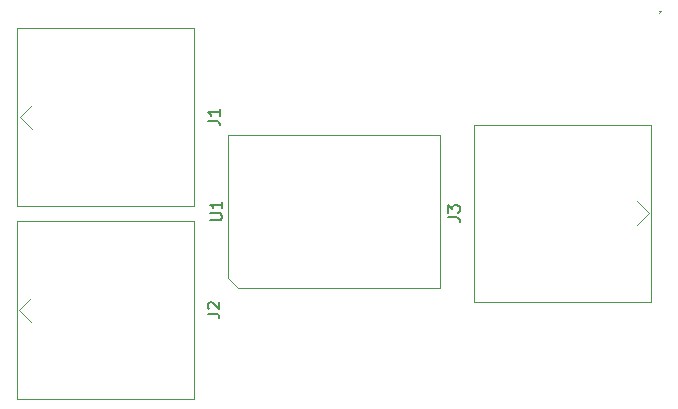
<source format=gbr>
G04 #@! TF.GenerationSoftware,KiCad,Pcbnew,(5.1.4)-1*
G04 #@! TF.CreationDate,2019-10-21T12:38:33+02:00*
G04 #@! TF.ProjectId,Phaseshifter,50686173-6573-4686-9966-7465722e6b69,rev?*
G04 #@! TF.SameCoordinates,Original*
G04 #@! TF.FileFunction,Legend,Top*
G04 #@! TF.FilePolarity,Positive*
%FSLAX46Y46*%
G04 Gerber Fmt 4.6, Leading zero omitted, Abs format (unit mm)*
G04 Created by KiCad (PCBNEW (5.1.4)-1) date 2019-10-21 12:38:33*
%MOMM*%
%LPD*%
G04 APERTURE LIST*
%ADD10C,0.120000*%
%ADD11C,0.150000*%
G04 APERTURE END LIST*
D10*
X144780000Y-62390000D02*
X144560000Y-62610000D01*
X144620000Y-62450000D02*
X144780000Y-62390000D01*
X90260000Y-78890000D02*
X90260000Y-63890000D01*
X90260000Y-63890000D02*
X105260000Y-63890000D01*
X105260000Y-63890000D02*
X105260000Y-78890000D01*
X105260000Y-78890000D02*
X90260000Y-78890000D01*
X90460000Y-71390000D02*
X91460000Y-72390000D01*
X90460000Y-71390000D02*
X91460000Y-70390000D01*
X90420000Y-87730000D02*
X91420000Y-86730000D01*
X90420000Y-87730000D02*
X91420000Y-88730000D01*
X105220000Y-95230000D02*
X90220000Y-95230000D01*
X105220000Y-80230000D02*
X105220000Y-95230000D01*
X90220000Y-80230000D02*
X105220000Y-80230000D01*
X90220000Y-95230000D02*
X90220000Y-80230000D01*
X143950000Y-72030000D02*
X143950000Y-87030000D01*
X143950000Y-87030000D02*
X128950000Y-87030000D01*
X128950000Y-87030000D02*
X128950000Y-72030000D01*
X128950000Y-72030000D02*
X143950000Y-72030000D01*
X143750000Y-79530000D02*
X142750000Y-78530000D01*
X143750000Y-79530000D02*
X142750000Y-80530000D01*
X108925000Y-85840000D02*
X108125000Y-85040000D01*
X108125000Y-85040000D02*
X108125000Y-72900000D01*
X108125000Y-72900000D02*
X126015000Y-72900000D01*
X126015000Y-72900000D02*
X126015000Y-85840000D01*
X126015000Y-85840000D02*
X108925000Y-85840000D01*
D11*
X106412380Y-71723333D02*
X107126666Y-71723333D01*
X107269523Y-71770952D01*
X107364761Y-71866190D01*
X107412380Y-72009047D01*
X107412380Y-72104285D01*
X107412380Y-70723333D02*
X107412380Y-71294761D01*
X107412380Y-71009047D02*
X106412380Y-71009047D01*
X106555238Y-71104285D01*
X106650476Y-71199523D01*
X106698095Y-71294761D01*
X106372380Y-88063333D02*
X107086666Y-88063333D01*
X107229523Y-88110952D01*
X107324761Y-88206190D01*
X107372380Y-88349047D01*
X107372380Y-88444285D01*
X106467619Y-87634761D02*
X106420000Y-87587142D01*
X106372380Y-87491904D01*
X106372380Y-87253809D01*
X106420000Y-87158571D01*
X106467619Y-87110952D01*
X106562857Y-87063333D01*
X106658095Y-87063333D01*
X106800952Y-87110952D01*
X107372380Y-87682380D01*
X107372380Y-87063333D01*
X126702380Y-79863333D02*
X127416666Y-79863333D01*
X127559523Y-79910952D01*
X127654761Y-80006190D01*
X127702380Y-80149047D01*
X127702380Y-80244285D01*
X126702380Y-79482380D02*
X126702380Y-78863333D01*
X127083333Y-79196666D01*
X127083333Y-79053809D01*
X127130952Y-78958571D01*
X127178571Y-78910952D01*
X127273809Y-78863333D01*
X127511904Y-78863333D01*
X127607142Y-78910952D01*
X127654761Y-78958571D01*
X127702380Y-79053809D01*
X127702380Y-79339523D01*
X127654761Y-79434761D01*
X127607142Y-79482380D01*
X106577380Y-80131904D02*
X107386904Y-80131904D01*
X107482142Y-80084285D01*
X107529761Y-80036666D01*
X107577380Y-79941428D01*
X107577380Y-79750952D01*
X107529761Y-79655714D01*
X107482142Y-79608095D01*
X107386904Y-79560476D01*
X106577380Y-79560476D01*
X107577380Y-78560476D02*
X107577380Y-79131904D01*
X107577380Y-78846190D02*
X106577380Y-78846190D01*
X106720238Y-78941428D01*
X106815476Y-79036666D01*
X106863095Y-79131904D01*
M02*

</source>
